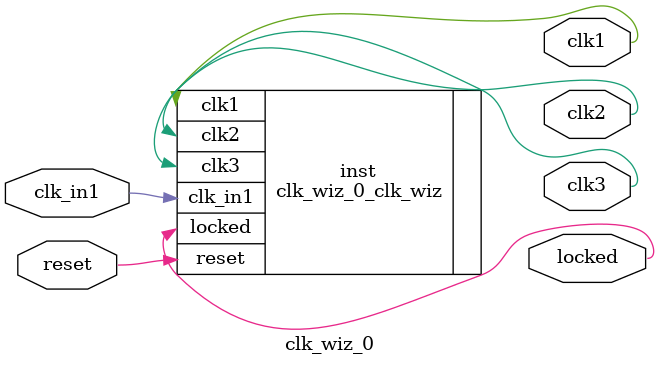
<source format=v>


`timescale 1ps/1ps

(* CORE_GENERATION_INFO = "clk_wiz_0,clk_wiz_v6_0_10_0_0,{component_name=clk_wiz_0,use_phase_alignment=true,use_min_o_jitter=false,use_max_i_jitter=false,use_dyn_phase_shift=false,use_inclk_switchover=false,use_dyn_reconfig=false,enable_axi=0,feedback_source=FDBK_AUTO,PRIMITIVE=MMCM,num_out_clk=3,clkin1_period=50.000,clkin2_period=10.0,use_power_down=false,use_reset=true,use_locked=true,use_inclk_stopped=false,feedback_type=SINGLE,CLOCK_MGR_TYPE=NA,manual_override=false}" *)

module clk_wiz_0 
 (
  // Clock out ports
  output        clk1,
  output        clk2,
  output        clk3,
  // Status and control signals
  input         reset,
  output        locked,
 // Clock in ports
  input         clk_in1
 );

  clk_wiz_0_clk_wiz inst
  (
  // Clock out ports  
  .clk1(clk1),
  .clk2(clk2),
  .clk3(clk3),
  // Status and control signals               
  .reset(reset), 
  .locked(locked),
 // Clock in ports
  .clk_in1(clk_in1)
  );

endmodule

</source>
